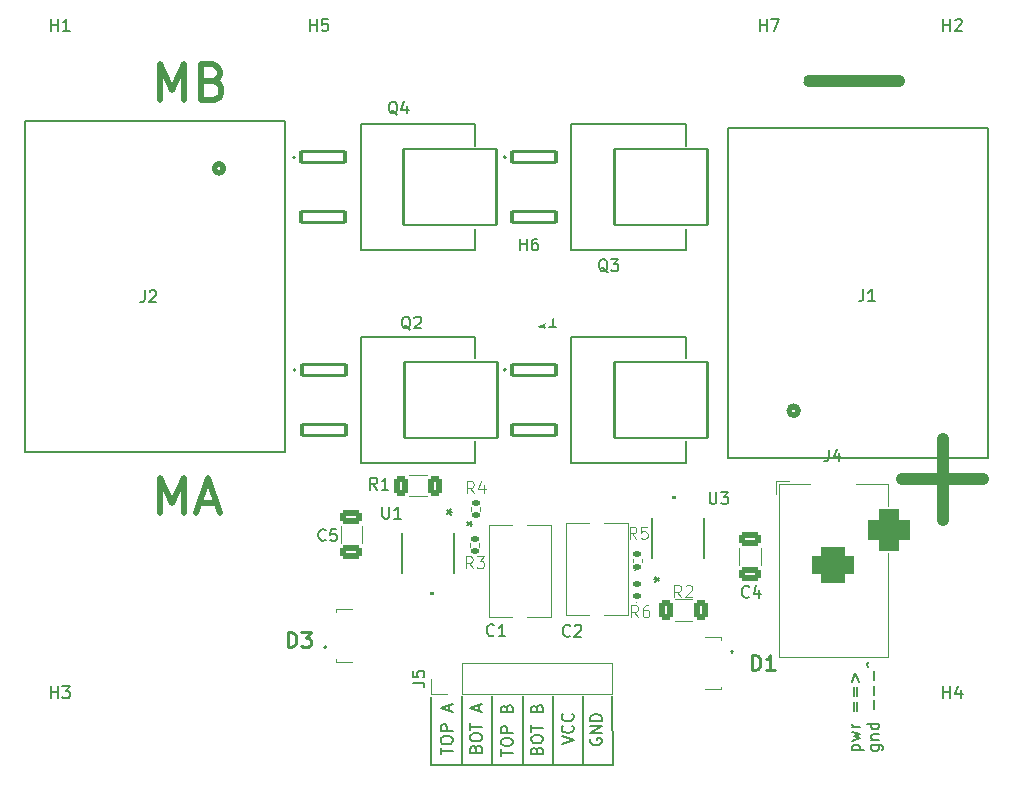
<source format=gto>
G04 #@! TF.GenerationSoftware,KiCad,Pcbnew,8.0.4*
G04 #@! TF.CreationDate,2024-11-20T17:04:54-05:00*
G04 #@! TF.ProjectId,big_hbridge,6269675f-6862-4726-9964-67652e6b6963,rev?*
G04 #@! TF.SameCoordinates,Original*
G04 #@! TF.FileFunction,Legend,Top*
G04 #@! TF.FilePolarity,Positive*
%FSLAX46Y46*%
G04 Gerber Fmt 4.6, Leading zero omitted, Abs format (unit mm)*
G04 Created by KiCad (PCBNEW 8.0.4) date 2024-11-20 17:04:54*
%MOMM*%
%LPD*%
G01*
G04 APERTURE LIST*
G04 Aperture macros list*
%AMRoundRect*
0 Rectangle with rounded corners*
0 $1 Rounding radius*
0 $2 $3 $4 $5 $6 $7 $8 $9 X,Y pos of 4 corners*
0 Add a 4 corners polygon primitive as box body*
4,1,4,$2,$3,$4,$5,$6,$7,$8,$9,$2,$3,0*
0 Add four circle primitives for the rounded corners*
1,1,$1+$1,$2,$3*
1,1,$1+$1,$4,$5*
1,1,$1+$1,$6,$7*
1,1,$1+$1,$8,$9*
0 Add four rect primitives between the rounded corners*
20,1,$1+$1,$2,$3,$4,$5,0*
20,1,$1+$1,$4,$5,$6,$7,0*
20,1,$1+$1,$6,$7,$8,$9,0*
20,1,$1+$1,$8,$9,$2,$3,0*%
G04 Aperture macros list end*
%ADD10C,0.150000*%
%ADD11C,0.500000*%
%ADD12C,1.000000*%
%ADD13C,0.125000*%
%ADD14C,0.254000*%
%ADD15C,0.152400*%
%ADD16C,0.508000*%
%ADD17C,0.120000*%
%ADD18C,0.100000*%
%ADD19C,0.200000*%
%ADD20C,0.000000*%
%ADD21C,0.127000*%
%ADD22O,4.000000X5.500000*%
%ADD23RoundRect,0.250000X-0.312500X-0.625000X0.312500X-0.625000X0.312500X0.625000X-0.312500X0.625000X0*%
%ADD24R,3.500000X3.500000*%
%ADD25RoundRect,0.750000X1.000000X-0.750000X1.000000X0.750000X-1.000000X0.750000X-1.000000X-0.750000X0*%
%ADD26RoundRect,0.875000X0.875000X-0.875000X0.875000X0.875000X-0.875000X0.875000X-0.875000X-0.875000X0*%
%ADD27C,2.000000*%
%ADD28RoundRect,0.135000X0.185000X-0.135000X0.185000X0.135000X-0.185000X0.135000X-0.185000X-0.135000X0*%
%ADD29R,1.700000X1.700000*%
%ADD30O,1.700000X1.700000*%
%ADD31R,1.150000X1.450000*%
%ADD32R,4.150000X4.650000*%
%ADD33R,0.431800X1.701800*%
%ADD34R,2.946400X1.752600*%
%ADD35RoundRect,0.250000X0.650000X-0.325000X0.650000X0.325000X-0.650000X0.325000X-0.650000X-0.325000X0*%
%ADD36C,6.000000*%
%ADD37RoundRect,0.102000X-3.940000X-3.195000X3.940000X-3.195000X3.940000X3.195000X-3.940000X3.195000X0*%
%ADD38RoundRect,0.158000X-1.834000X-0.474000X1.834000X-0.474000X1.834000X0.474000X-1.834000X0.474000X0*%
%ADD39RoundRect,0.250000X0.312500X0.625000X-0.312500X0.625000X-0.312500X-0.625000X0.312500X-0.625000X0*%
%ADD40RoundRect,0.147500X0.172500X-0.147500X0.172500X0.147500X-0.172500X0.147500X-0.172500X-0.147500X0*%
%ADD41RoundRect,0.250000X-0.650000X0.325000X-0.650000X-0.325000X0.650000X-0.325000X0.650000X0.325000X0*%
G04 APERTURE END LIST*
D10*
X45250000Y-62150000D02*
X47800000Y-62150000D01*
X42700000Y-62150000D02*
X42650000Y-56300000D01*
X45250000Y-62050000D02*
X45250000Y-56300000D01*
X34890000Y-56400000D02*
X34900000Y-62150000D01*
X40100000Y-62150000D02*
X40100000Y-56300000D01*
X37500000Y-62150000D02*
X34900000Y-62150000D01*
X47800000Y-62150000D02*
X47800000Y-56300000D01*
X42700000Y-62150000D02*
X45250000Y-62150000D01*
X50350000Y-62150000D02*
X50250000Y-56300000D01*
X47800000Y-62150000D02*
X50350000Y-62150000D01*
X37500000Y-62150000D02*
X40100000Y-62150000D01*
X37490000Y-56300000D02*
X37500000Y-62150000D01*
X40100000Y-62150000D02*
X42700000Y-62150000D01*
X45969819Y-60356077D02*
X46969819Y-60022744D01*
X46969819Y-60022744D02*
X45969819Y-59689411D01*
X46874580Y-58784649D02*
X46922200Y-58832268D01*
X46922200Y-58832268D02*
X46969819Y-58975125D01*
X46969819Y-58975125D02*
X46969819Y-59070363D01*
X46969819Y-59070363D02*
X46922200Y-59213220D01*
X46922200Y-59213220D02*
X46826961Y-59308458D01*
X46826961Y-59308458D02*
X46731723Y-59356077D01*
X46731723Y-59356077D02*
X46541247Y-59403696D01*
X46541247Y-59403696D02*
X46398390Y-59403696D01*
X46398390Y-59403696D02*
X46207914Y-59356077D01*
X46207914Y-59356077D02*
X46112676Y-59308458D01*
X46112676Y-59308458D02*
X46017438Y-59213220D01*
X46017438Y-59213220D02*
X45969819Y-59070363D01*
X45969819Y-59070363D02*
X45969819Y-58975125D01*
X45969819Y-58975125D02*
X46017438Y-58832268D01*
X46017438Y-58832268D02*
X46065057Y-58784649D01*
X46874580Y-57784649D02*
X46922200Y-57832268D01*
X46922200Y-57832268D02*
X46969819Y-57975125D01*
X46969819Y-57975125D02*
X46969819Y-58070363D01*
X46969819Y-58070363D02*
X46922200Y-58213220D01*
X46922200Y-58213220D02*
X46826961Y-58308458D01*
X46826961Y-58308458D02*
X46731723Y-58356077D01*
X46731723Y-58356077D02*
X46541247Y-58403696D01*
X46541247Y-58403696D02*
X46398390Y-58403696D01*
X46398390Y-58403696D02*
X46207914Y-58356077D01*
X46207914Y-58356077D02*
X46112676Y-58308458D01*
X46112676Y-58308458D02*
X46017438Y-58213220D01*
X46017438Y-58213220D02*
X45969819Y-58070363D01*
X45969819Y-58070363D02*
X45969819Y-57975125D01*
X45969819Y-57975125D02*
X46017438Y-57832268D01*
X46017438Y-57832268D02*
X46065057Y-57784649D01*
X40819819Y-61356077D02*
X40819819Y-60784649D01*
X41819819Y-61070363D02*
X40819819Y-61070363D01*
X40819819Y-60260839D02*
X40819819Y-60070363D01*
X40819819Y-60070363D02*
X40867438Y-59975125D01*
X40867438Y-59975125D02*
X40962676Y-59879887D01*
X40962676Y-59879887D02*
X41153152Y-59832268D01*
X41153152Y-59832268D02*
X41486485Y-59832268D01*
X41486485Y-59832268D02*
X41676961Y-59879887D01*
X41676961Y-59879887D02*
X41772200Y-59975125D01*
X41772200Y-59975125D02*
X41819819Y-60070363D01*
X41819819Y-60070363D02*
X41819819Y-60260839D01*
X41819819Y-60260839D02*
X41772200Y-60356077D01*
X41772200Y-60356077D02*
X41676961Y-60451315D01*
X41676961Y-60451315D02*
X41486485Y-60498934D01*
X41486485Y-60498934D02*
X41153152Y-60498934D01*
X41153152Y-60498934D02*
X40962676Y-60451315D01*
X40962676Y-60451315D02*
X40867438Y-60356077D01*
X40867438Y-60356077D02*
X40819819Y-60260839D01*
X41819819Y-59403696D02*
X40819819Y-59403696D01*
X40819819Y-59403696D02*
X40819819Y-59022744D01*
X40819819Y-59022744D02*
X40867438Y-58927506D01*
X40867438Y-58927506D02*
X40915057Y-58879887D01*
X40915057Y-58879887D02*
X41010295Y-58832268D01*
X41010295Y-58832268D02*
X41153152Y-58832268D01*
X41153152Y-58832268D02*
X41248390Y-58879887D01*
X41248390Y-58879887D02*
X41296009Y-58927506D01*
X41296009Y-58927506D02*
X41343628Y-59022744D01*
X41343628Y-59022744D02*
X41343628Y-59403696D01*
X41296009Y-57308458D02*
X41343628Y-57165601D01*
X41343628Y-57165601D02*
X41391247Y-57117982D01*
X41391247Y-57117982D02*
X41486485Y-57070363D01*
X41486485Y-57070363D02*
X41629342Y-57070363D01*
X41629342Y-57070363D02*
X41724580Y-57117982D01*
X41724580Y-57117982D02*
X41772200Y-57165601D01*
X41772200Y-57165601D02*
X41819819Y-57260839D01*
X41819819Y-57260839D02*
X41819819Y-57641791D01*
X41819819Y-57641791D02*
X40819819Y-57641791D01*
X40819819Y-57641791D02*
X40819819Y-57308458D01*
X40819819Y-57308458D02*
X40867438Y-57213220D01*
X40867438Y-57213220D02*
X40915057Y-57165601D01*
X40915057Y-57165601D02*
X41010295Y-57117982D01*
X41010295Y-57117982D02*
X41105533Y-57117982D01*
X41105533Y-57117982D02*
X41200771Y-57165601D01*
X41200771Y-57165601D02*
X41248390Y-57213220D01*
X41248390Y-57213220D02*
X41296009Y-57308458D01*
X41296009Y-57308458D02*
X41296009Y-57641791D01*
X70543208Y-60863220D02*
X71543208Y-60863220D01*
X70590827Y-60863220D02*
X70543208Y-60767982D01*
X70543208Y-60767982D02*
X70543208Y-60577506D01*
X70543208Y-60577506D02*
X70590827Y-60482268D01*
X70590827Y-60482268D02*
X70638446Y-60434649D01*
X70638446Y-60434649D02*
X70733684Y-60387030D01*
X70733684Y-60387030D02*
X71019398Y-60387030D01*
X71019398Y-60387030D02*
X71114636Y-60434649D01*
X71114636Y-60434649D02*
X71162256Y-60482268D01*
X71162256Y-60482268D02*
X71209875Y-60577506D01*
X71209875Y-60577506D02*
X71209875Y-60767982D01*
X71209875Y-60767982D02*
X71162256Y-60863220D01*
X70543208Y-60053696D02*
X71209875Y-59863220D01*
X71209875Y-59863220D02*
X70733684Y-59672744D01*
X70733684Y-59672744D02*
X71209875Y-59482268D01*
X71209875Y-59482268D02*
X70543208Y-59291792D01*
X71209875Y-58910839D02*
X70543208Y-58910839D01*
X70733684Y-58910839D02*
X70638446Y-58863220D01*
X70638446Y-58863220D02*
X70590827Y-58815601D01*
X70590827Y-58815601D02*
X70543208Y-58720363D01*
X70543208Y-58720363D02*
X70543208Y-58625125D01*
X70686065Y-57529886D02*
X70686065Y-56767982D01*
X70971779Y-56767982D02*
X70971779Y-57529886D01*
X70686065Y-56291791D02*
X70686065Y-55529887D01*
X70971779Y-55529887D02*
X70971779Y-56291791D01*
X70543208Y-55053696D02*
X70828922Y-54291792D01*
X70828922Y-54291792D02*
X71114636Y-55053696D01*
X72153152Y-60434649D02*
X72962676Y-60434649D01*
X72962676Y-60434649D02*
X73057914Y-60482268D01*
X73057914Y-60482268D02*
X73105533Y-60529887D01*
X73105533Y-60529887D02*
X73153152Y-60625125D01*
X73153152Y-60625125D02*
X73153152Y-60767982D01*
X73153152Y-60767982D02*
X73105533Y-60863220D01*
X72772200Y-60434649D02*
X72819819Y-60529887D01*
X72819819Y-60529887D02*
X72819819Y-60720363D01*
X72819819Y-60720363D02*
X72772200Y-60815601D01*
X72772200Y-60815601D02*
X72724580Y-60863220D01*
X72724580Y-60863220D02*
X72629342Y-60910839D01*
X72629342Y-60910839D02*
X72343628Y-60910839D01*
X72343628Y-60910839D02*
X72248390Y-60863220D01*
X72248390Y-60863220D02*
X72200771Y-60815601D01*
X72200771Y-60815601D02*
X72153152Y-60720363D01*
X72153152Y-60720363D02*
X72153152Y-60529887D01*
X72153152Y-60529887D02*
X72200771Y-60434649D01*
X72153152Y-59958458D02*
X72819819Y-59958458D01*
X72248390Y-59958458D02*
X72200771Y-59910839D01*
X72200771Y-59910839D02*
X72153152Y-59815601D01*
X72153152Y-59815601D02*
X72153152Y-59672744D01*
X72153152Y-59672744D02*
X72200771Y-59577506D01*
X72200771Y-59577506D02*
X72296009Y-59529887D01*
X72296009Y-59529887D02*
X72819819Y-59529887D01*
X72819819Y-58625125D02*
X71819819Y-58625125D01*
X72772200Y-58625125D02*
X72819819Y-58720363D01*
X72819819Y-58720363D02*
X72819819Y-58910839D01*
X72819819Y-58910839D02*
X72772200Y-59006077D01*
X72772200Y-59006077D02*
X72724580Y-59053696D01*
X72724580Y-59053696D02*
X72629342Y-59101315D01*
X72629342Y-59101315D02*
X72343628Y-59101315D01*
X72343628Y-59101315D02*
X72248390Y-59053696D01*
X72248390Y-59053696D02*
X72200771Y-59006077D01*
X72200771Y-59006077D02*
X72153152Y-58910839D01*
X72153152Y-58910839D02*
X72153152Y-58720363D01*
X72153152Y-58720363D02*
X72200771Y-58625125D01*
X72438866Y-57387029D02*
X72438866Y-56625125D01*
X72438866Y-56148934D02*
X72438866Y-55387030D01*
X72438866Y-54910839D02*
X72438866Y-54148935D01*
X71915057Y-53815601D02*
X71772200Y-53625125D01*
X71772200Y-53625125D02*
X71915057Y-53434649D01*
X43846009Y-60879887D02*
X43893628Y-60737030D01*
X43893628Y-60737030D02*
X43941247Y-60689411D01*
X43941247Y-60689411D02*
X44036485Y-60641792D01*
X44036485Y-60641792D02*
X44179342Y-60641792D01*
X44179342Y-60641792D02*
X44274580Y-60689411D01*
X44274580Y-60689411D02*
X44322200Y-60737030D01*
X44322200Y-60737030D02*
X44369819Y-60832268D01*
X44369819Y-60832268D02*
X44369819Y-61213220D01*
X44369819Y-61213220D02*
X43369819Y-61213220D01*
X43369819Y-61213220D02*
X43369819Y-60879887D01*
X43369819Y-60879887D02*
X43417438Y-60784649D01*
X43417438Y-60784649D02*
X43465057Y-60737030D01*
X43465057Y-60737030D02*
X43560295Y-60689411D01*
X43560295Y-60689411D02*
X43655533Y-60689411D01*
X43655533Y-60689411D02*
X43750771Y-60737030D01*
X43750771Y-60737030D02*
X43798390Y-60784649D01*
X43798390Y-60784649D02*
X43846009Y-60879887D01*
X43846009Y-60879887D02*
X43846009Y-61213220D01*
X43369819Y-60022744D02*
X43369819Y-59832268D01*
X43369819Y-59832268D02*
X43417438Y-59737030D01*
X43417438Y-59737030D02*
X43512676Y-59641792D01*
X43512676Y-59641792D02*
X43703152Y-59594173D01*
X43703152Y-59594173D02*
X44036485Y-59594173D01*
X44036485Y-59594173D02*
X44226961Y-59641792D01*
X44226961Y-59641792D02*
X44322200Y-59737030D01*
X44322200Y-59737030D02*
X44369819Y-59832268D01*
X44369819Y-59832268D02*
X44369819Y-60022744D01*
X44369819Y-60022744D02*
X44322200Y-60117982D01*
X44322200Y-60117982D02*
X44226961Y-60213220D01*
X44226961Y-60213220D02*
X44036485Y-60260839D01*
X44036485Y-60260839D02*
X43703152Y-60260839D01*
X43703152Y-60260839D02*
X43512676Y-60213220D01*
X43512676Y-60213220D02*
X43417438Y-60117982D01*
X43417438Y-60117982D02*
X43369819Y-60022744D01*
X43369819Y-59308458D02*
X43369819Y-58737030D01*
X44369819Y-59022744D02*
X43369819Y-59022744D01*
X43846009Y-57308458D02*
X43893628Y-57165601D01*
X43893628Y-57165601D02*
X43941247Y-57117982D01*
X43941247Y-57117982D02*
X44036485Y-57070363D01*
X44036485Y-57070363D02*
X44179342Y-57070363D01*
X44179342Y-57070363D02*
X44274580Y-57117982D01*
X44274580Y-57117982D02*
X44322200Y-57165601D01*
X44322200Y-57165601D02*
X44369819Y-57260839D01*
X44369819Y-57260839D02*
X44369819Y-57641791D01*
X44369819Y-57641791D02*
X43369819Y-57641791D01*
X43369819Y-57641791D02*
X43369819Y-57308458D01*
X43369819Y-57308458D02*
X43417438Y-57213220D01*
X43417438Y-57213220D02*
X43465057Y-57165601D01*
X43465057Y-57165601D02*
X43560295Y-57117982D01*
X43560295Y-57117982D02*
X43655533Y-57117982D01*
X43655533Y-57117982D02*
X43750771Y-57165601D01*
X43750771Y-57165601D02*
X43798390Y-57213220D01*
X43798390Y-57213220D02*
X43846009Y-57308458D01*
X43846009Y-57308458D02*
X43846009Y-57641791D01*
X35719819Y-61206077D02*
X35719819Y-60634649D01*
X36719819Y-60920363D02*
X35719819Y-60920363D01*
X35719819Y-60110839D02*
X35719819Y-59920363D01*
X35719819Y-59920363D02*
X35767438Y-59825125D01*
X35767438Y-59825125D02*
X35862676Y-59729887D01*
X35862676Y-59729887D02*
X36053152Y-59682268D01*
X36053152Y-59682268D02*
X36386485Y-59682268D01*
X36386485Y-59682268D02*
X36576961Y-59729887D01*
X36576961Y-59729887D02*
X36672200Y-59825125D01*
X36672200Y-59825125D02*
X36719819Y-59920363D01*
X36719819Y-59920363D02*
X36719819Y-60110839D01*
X36719819Y-60110839D02*
X36672200Y-60206077D01*
X36672200Y-60206077D02*
X36576961Y-60301315D01*
X36576961Y-60301315D02*
X36386485Y-60348934D01*
X36386485Y-60348934D02*
X36053152Y-60348934D01*
X36053152Y-60348934D02*
X35862676Y-60301315D01*
X35862676Y-60301315D02*
X35767438Y-60206077D01*
X35767438Y-60206077D02*
X35719819Y-60110839D01*
X36719819Y-59253696D02*
X35719819Y-59253696D01*
X35719819Y-59253696D02*
X35719819Y-58872744D01*
X35719819Y-58872744D02*
X35767438Y-58777506D01*
X35767438Y-58777506D02*
X35815057Y-58729887D01*
X35815057Y-58729887D02*
X35910295Y-58682268D01*
X35910295Y-58682268D02*
X36053152Y-58682268D01*
X36053152Y-58682268D02*
X36148390Y-58729887D01*
X36148390Y-58729887D02*
X36196009Y-58777506D01*
X36196009Y-58777506D02*
X36243628Y-58872744D01*
X36243628Y-58872744D02*
X36243628Y-59253696D01*
X36434104Y-57539410D02*
X36434104Y-57063220D01*
X36719819Y-57634648D02*
X35719819Y-57301315D01*
X35719819Y-57301315D02*
X36719819Y-56967982D01*
X48417438Y-59889411D02*
X48369819Y-59984649D01*
X48369819Y-59984649D02*
X48369819Y-60127506D01*
X48369819Y-60127506D02*
X48417438Y-60270363D01*
X48417438Y-60270363D02*
X48512676Y-60365601D01*
X48512676Y-60365601D02*
X48607914Y-60413220D01*
X48607914Y-60413220D02*
X48798390Y-60460839D01*
X48798390Y-60460839D02*
X48941247Y-60460839D01*
X48941247Y-60460839D02*
X49131723Y-60413220D01*
X49131723Y-60413220D02*
X49226961Y-60365601D01*
X49226961Y-60365601D02*
X49322200Y-60270363D01*
X49322200Y-60270363D02*
X49369819Y-60127506D01*
X49369819Y-60127506D02*
X49369819Y-60032268D01*
X49369819Y-60032268D02*
X49322200Y-59889411D01*
X49322200Y-59889411D02*
X49274580Y-59841792D01*
X49274580Y-59841792D02*
X48941247Y-59841792D01*
X48941247Y-59841792D02*
X48941247Y-60032268D01*
X49369819Y-59413220D02*
X48369819Y-59413220D01*
X48369819Y-59413220D02*
X49369819Y-58841792D01*
X49369819Y-58841792D02*
X48369819Y-58841792D01*
X49369819Y-58365601D02*
X48369819Y-58365601D01*
X48369819Y-58365601D02*
X48369819Y-58127506D01*
X48369819Y-58127506D02*
X48417438Y-57984649D01*
X48417438Y-57984649D02*
X48512676Y-57889411D01*
X48512676Y-57889411D02*
X48607914Y-57841792D01*
X48607914Y-57841792D02*
X48798390Y-57794173D01*
X48798390Y-57794173D02*
X48941247Y-57794173D01*
X48941247Y-57794173D02*
X49131723Y-57841792D01*
X49131723Y-57841792D02*
X49226961Y-57889411D01*
X49226961Y-57889411D02*
X49322200Y-57984649D01*
X49322200Y-57984649D02*
X49369819Y-58127506D01*
X49369819Y-58127506D02*
X49369819Y-58365601D01*
D11*
X11993232Y-40806857D02*
X11993232Y-37806857D01*
X11993232Y-37806857D02*
X12993232Y-39949714D01*
X12993232Y-39949714D02*
X13993232Y-37806857D01*
X13993232Y-37806857D02*
X13993232Y-40806857D01*
X15278946Y-39949714D02*
X16707518Y-39949714D01*
X14993232Y-40806857D02*
X15993232Y-37806857D01*
X15993232Y-37806857D02*
X16993232Y-40806857D01*
D12*
X74800751Y-37918000D02*
X81657894Y-37918000D01*
X78229322Y-41346571D02*
X78229322Y-34489428D01*
X66938846Y-4214666D02*
X74557894Y-4214666D01*
D11*
X11993232Y-5806857D02*
X11993232Y-2806857D01*
X11993232Y-2806857D02*
X12993232Y-4949714D01*
X12993232Y-4949714D02*
X13993232Y-2806857D01*
X13993232Y-2806857D02*
X13993232Y-5806857D01*
X16421803Y-4235428D02*
X16850375Y-4378285D01*
X16850375Y-4378285D02*
X16993232Y-4521142D01*
X16993232Y-4521142D02*
X17136089Y-4806857D01*
X17136089Y-4806857D02*
X17136089Y-5235428D01*
X17136089Y-5235428D02*
X16993232Y-5521142D01*
X16993232Y-5521142D02*
X16850375Y-5664000D01*
X16850375Y-5664000D02*
X16564660Y-5806857D01*
X16564660Y-5806857D02*
X15421803Y-5806857D01*
X15421803Y-5806857D02*
X15421803Y-2806857D01*
X15421803Y-2806857D02*
X16421803Y-2806857D01*
X16421803Y-2806857D02*
X16707518Y-2949714D01*
X16707518Y-2949714D02*
X16850375Y-3092571D01*
X16850375Y-3092571D02*
X16993232Y-3378285D01*
X16993232Y-3378285D02*
X16993232Y-3664000D01*
X16993232Y-3664000D02*
X16850375Y-3949714D01*
X16850375Y-3949714D02*
X16707518Y-4092571D01*
X16707518Y-4092571D02*
X16421803Y-4235428D01*
X16421803Y-4235428D02*
X15421803Y-4235428D01*
D10*
X38696009Y-60729887D02*
X38743628Y-60587030D01*
X38743628Y-60587030D02*
X38791247Y-60539411D01*
X38791247Y-60539411D02*
X38886485Y-60491792D01*
X38886485Y-60491792D02*
X39029342Y-60491792D01*
X39029342Y-60491792D02*
X39124580Y-60539411D01*
X39124580Y-60539411D02*
X39172200Y-60587030D01*
X39172200Y-60587030D02*
X39219819Y-60682268D01*
X39219819Y-60682268D02*
X39219819Y-61063220D01*
X39219819Y-61063220D02*
X38219819Y-61063220D01*
X38219819Y-61063220D02*
X38219819Y-60729887D01*
X38219819Y-60729887D02*
X38267438Y-60634649D01*
X38267438Y-60634649D02*
X38315057Y-60587030D01*
X38315057Y-60587030D02*
X38410295Y-60539411D01*
X38410295Y-60539411D02*
X38505533Y-60539411D01*
X38505533Y-60539411D02*
X38600771Y-60587030D01*
X38600771Y-60587030D02*
X38648390Y-60634649D01*
X38648390Y-60634649D02*
X38696009Y-60729887D01*
X38696009Y-60729887D02*
X38696009Y-61063220D01*
X38219819Y-59872744D02*
X38219819Y-59682268D01*
X38219819Y-59682268D02*
X38267438Y-59587030D01*
X38267438Y-59587030D02*
X38362676Y-59491792D01*
X38362676Y-59491792D02*
X38553152Y-59444173D01*
X38553152Y-59444173D02*
X38886485Y-59444173D01*
X38886485Y-59444173D02*
X39076961Y-59491792D01*
X39076961Y-59491792D02*
X39172200Y-59587030D01*
X39172200Y-59587030D02*
X39219819Y-59682268D01*
X39219819Y-59682268D02*
X39219819Y-59872744D01*
X39219819Y-59872744D02*
X39172200Y-59967982D01*
X39172200Y-59967982D02*
X39076961Y-60063220D01*
X39076961Y-60063220D02*
X38886485Y-60110839D01*
X38886485Y-60110839D02*
X38553152Y-60110839D01*
X38553152Y-60110839D02*
X38362676Y-60063220D01*
X38362676Y-60063220D02*
X38267438Y-59967982D01*
X38267438Y-59967982D02*
X38219819Y-59872744D01*
X38219819Y-59158458D02*
X38219819Y-58587030D01*
X39219819Y-58872744D02*
X38219819Y-58872744D01*
X38934104Y-57539410D02*
X38934104Y-57063220D01*
X39219819Y-57634648D02*
X38219819Y-57301315D01*
X38219819Y-57301315D02*
X39219819Y-56967982D01*
X71485337Y-21850734D02*
X71485337Y-22565019D01*
X71485337Y-22565019D02*
X71437718Y-22707876D01*
X71437718Y-22707876D02*
X71342480Y-22803115D01*
X71342480Y-22803115D02*
X71199623Y-22850734D01*
X71199623Y-22850734D02*
X71104385Y-22850734D01*
X72485337Y-22850734D02*
X71913909Y-22850734D01*
X72199623Y-22850734D02*
X72199623Y-21850734D01*
X72199623Y-21850734D02*
X72104385Y-21993591D01*
X72104385Y-21993591D02*
X72009147Y-22088829D01*
X72009147Y-22088829D02*
X71913909Y-22136448D01*
X30333333Y-38804819D02*
X30000000Y-38328628D01*
X29761905Y-38804819D02*
X29761905Y-37804819D01*
X29761905Y-37804819D02*
X30142857Y-37804819D01*
X30142857Y-37804819D02*
X30238095Y-37852438D01*
X30238095Y-37852438D02*
X30285714Y-37900057D01*
X30285714Y-37900057D02*
X30333333Y-37995295D01*
X30333333Y-37995295D02*
X30333333Y-38138152D01*
X30333333Y-38138152D02*
X30285714Y-38233390D01*
X30285714Y-38233390D02*
X30238095Y-38281009D01*
X30238095Y-38281009D02*
X30142857Y-38328628D01*
X30142857Y-38328628D02*
X29761905Y-38328628D01*
X31285714Y-38804819D02*
X30714286Y-38804819D01*
X31000000Y-38804819D02*
X31000000Y-37804819D01*
X31000000Y-37804819D02*
X30904762Y-37947676D01*
X30904762Y-37947676D02*
X30809524Y-38042914D01*
X30809524Y-38042914D02*
X30714286Y-38090533D01*
X68566666Y-35404819D02*
X68566666Y-36119104D01*
X68566666Y-36119104D02*
X68519047Y-36261961D01*
X68519047Y-36261961D02*
X68423809Y-36357200D01*
X68423809Y-36357200D02*
X68280952Y-36404819D01*
X68280952Y-36404819D02*
X68185714Y-36404819D01*
X69471428Y-35738152D02*
X69471428Y-36404819D01*
X69233333Y-35357200D02*
X68995238Y-36071485D01*
X68995238Y-36071485D02*
X69614285Y-36071485D01*
X46683333Y-51159580D02*
X46635714Y-51207200D01*
X46635714Y-51207200D02*
X46492857Y-51254819D01*
X46492857Y-51254819D02*
X46397619Y-51254819D01*
X46397619Y-51254819D02*
X46254762Y-51207200D01*
X46254762Y-51207200D02*
X46159524Y-51111961D01*
X46159524Y-51111961D02*
X46111905Y-51016723D01*
X46111905Y-51016723D02*
X46064286Y-50826247D01*
X46064286Y-50826247D02*
X46064286Y-50683390D01*
X46064286Y-50683390D02*
X46111905Y-50492914D01*
X46111905Y-50492914D02*
X46159524Y-50397676D01*
X46159524Y-50397676D02*
X46254762Y-50302438D01*
X46254762Y-50302438D02*
X46397619Y-50254819D01*
X46397619Y-50254819D02*
X46492857Y-50254819D01*
X46492857Y-50254819D02*
X46635714Y-50302438D01*
X46635714Y-50302438D02*
X46683333Y-50350057D01*
X47064286Y-50350057D02*
X47111905Y-50302438D01*
X47111905Y-50302438D02*
X47207143Y-50254819D01*
X47207143Y-50254819D02*
X47445238Y-50254819D01*
X47445238Y-50254819D02*
X47540476Y-50302438D01*
X47540476Y-50302438D02*
X47588095Y-50350057D01*
X47588095Y-50350057D02*
X47635714Y-50445295D01*
X47635714Y-50445295D02*
X47635714Y-50540533D01*
X47635714Y-50540533D02*
X47588095Y-50683390D01*
X47588095Y-50683390D02*
X47016667Y-51254819D01*
X47016667Y-51254819D02*
X47635714Y-51254819D01*
D13*
X38533333Y-39106119D02*
X38200000Y-38629928D01*
X37961905Y-39106119D02*
X37961905Y-38106119D01*
X37961905Y-38106119D02*
X38342857Y-38106119D01*
X38342857Y-38106119D02*
X38438095Y-38153738D01*
X38438095Y-38153738D02*
X38485714Y-38201357D01*
X38485714Y-38201357D02*
X38533333Y-38296595D01*
X38533333Y-38296595D02*
X38533333Y-38439452D01*
X38533333Y-38439452D02*
X38485714Y-38534690D01*
X38485714Y-38534690D02*
X38438095Y-38582309D01*
X38438095Y-38582309D02*
X38342857Y-38629928D01*
X38342857Y-38629928D02*
X37961905Y-38629928D01*
X39390476Y-38439452D02*
X39390476Y-39106119D01*
X39152381Y-38058500D02*
X38914286Y-38772785D01*
X38914286Y-38772785D02*
X39533333Y-38772785D01*
D10*
X33344819Y-55133333D02*
X34059104Y-55133333D01*
X34059104Y-55133333D02*
X34201961Y-55180952D01*
X34201961Y-55180952D02*
X34297200Y-55276190D01*
X34297200Y-55276190D02*
X34344819Y-55419047D01*
X34344819Y-55419047D02*
X34344819Y-55514285D01*
X33344819Y-54180952D02*
X33344819Y-54657142D01*
X33344819Y-54657142D02*
X33821009Y-54704761D01*
X33821009Y-54704761D02*
X33773390Y-54657142D01*
X33773390Y-54657142D02*
X33725771Y-54561904D01*
X33725771Y-54561904D02*
X33725771Y-54323809D01*
X33725771Y-54323809D02*
X33773390Y-54228571D01*
X33773390Y-54228571D02*
X33821009Y-54180952D01*
X33821009Y-54180952D02*
X33916247Y-54133333D01*
X33916247Y-54133333D02*
X34154342Y-54133333D01*
X34154342Y-54133333D02*
X34249580Y-54180952D01*
X34249580Y-54180952D02*
X34297200Y-54228571D01*
X34297200Y-54228571D02*
X34344819Y-54323809D01*
X34344819Y-54323809D02*
X34344819Y-54561904D01*
X34344819Y-54561904D02*
X34297200Y-54657142D01*
X34297200Y-54657142D02*
X34249580Y-54704761D01*
D14*
X62062618Y-54074318D02*
X62062618Y-52804318D01*
X62062618Y-52804318D02*
X62364999Y-52804318D01*
X62364999Y-52804318D02*
X62546428Y-52864794D01*
X62546428Y-52864794D02*
X62667380Y-52985746D01*
X62667380Y-52985746D02*
X62727857Y-53106699D01*
X62727857Y-53106699D02*
X62788333Y-53348603D01*
X62788333Y-53348603D02*
X62788333Y-53530032D01*
X62788333Y-53530032D02*
X62727857Y-53771937D01*
X62727857Y-53771937D02*
X62667380Y-53892889D01*
X62667380Y-53892889D02*
X62546428Y-54013842D01*
X62546428Y-54013842D02*
X62364999Y-54074318D01*
X62364999Y-54074318D02*
X62062618Y-54074318D01*
X63997857Y-54074318D02*
X63272142Y-54074318D01*
X63634999Y-54074318D02*
X63634999Y-52804318D01*
X63634999Y-52804318D02*
X63514047Y-52985746D01*
X63514047Y-52985746D02*
X63393095Y-53106699D01*
X63393095Y-53106699D02*
X63272142Y-53167175D01*
D10*
X30788095Y-40254819D02*
X30788095Y-41064342D01*
X30788095Y-41064342D02*
X30835714Y-41159580D01*
X30835714Y-41159580D02*
X30883333Y-41207200D01*
X30883333Y-41207200D02*
X30978571Y-41254819D01*
X30978571Y-41254819D02*
X31169047Y-41254819D01*
X31169047Y-41254819D02*
X31264285Y-41207200D01*
X31264285Y-41207200D02*
X31311904Y-41159580D01*
X31311904Y-41159580D02*
X31359523Y-41064342D01*
X31359523Y-41064342D02*
X31359523Y-40254819D01*
X32359523Y-41254819D02*
X31788095Y-41254819D01*
X32073809Y-41254819D02*
X32073809Y-40254819D01*
X32073809Y-40254819D02*
X31978571Y-40397676D01*
X31978571Y-40397676D02*
X31883333Y-40492914D01*
X31883333Y-40492914D02*
X31788095Y-40540533D01*
X38407480Y-41673299D02*
X38169385Y-41673299D01*
X38264623Y-41435204D02*
X38169385Y-41673299D01*
X38169385Y-41673299D02*
X38264623Y-41911394D01*
X37978909Y-41530442D02*
X38169385Y-41673299D01*
X38169385Y-41673299D02*
X37978909Y-41816156D01*
X36695180Y-40700000D02*
X36457085Y-40700000D01*
X36552323Y-40461905D02*
X36457085Y-40700000D01*
X36457085Y-40700000D02*
X36552323Y-40938095D01*
X36266609Y-40557143D02*
X36457085Y-40700000D01*
X36457085Y-40700000D02*
X36266609Y-40842857D01*
X25983333Y-43059580D02*
X25935714Y-43107200D01*
X25935714Y-43107200D02*
X25792857Y-43154819D01*
X25792857Y-43154819D02*
X25697619Y-43154819D01*
X25697619Y-43154819D02*
X25554762Y-43107200D01*
X25554762Y-43107200D02*
X25459524Y-43011961D01*
X25459524Y-43011961D02*
X25411905Y-42916723D01*
X25411905Y-42916723D02*
X25364286Y-42726247D01*
X25364286Y-42726247D02*
X25364286Y-42583390D01*
X25364286Y-42583390D02*
X25411905Y-42392914D01*
X25411905Y-42392914D02*
X25459524Y-42297676D01*
X25459524Y-42297676D02*
X25554762Y-42202438D01*
X25554762Y-42202438D02*
X25697619Y-42154819D01*
X25697619Y-42154819D02*
X25792857Y-42154819D01*
X25792857Y-42154819D02*
X25935714Y-42202438D01*
X25935714Y-42202438D02*
X25983333Y-42250057D01*
X26888095Y-42154819D02*
X26411905Y-42154819D01*
X26411905Y-42154819D02*
X26364286Y-42631009D01*
X26364286Y-42631009D02*
X26411905Y-42583390D01*
X26411905Y-42583390D02*
X26507143Y-42535771D01*
X26507143Y-42535771D02*
X26745238Y-42535771D01*
X26745238Y-42535771D02*
X26840476Y-42583390D01*
X26840476Y-42583390D02*
X26888095Y-42631009D01*
X26888095Y-42631009D02*
X26935714Y-42726247D01*
X26935714Y-42726247D02*
X26935714Y-42964342D01*
X26935714Y-42964342D02*
X26888095Y-43059580D01*
X26888095Y-43059580D02*
X26840476Y-43107200D01*
X26840476Y-43107200D02*
X26745238Y-43154819D01*
X26745238Y-43154819D02*
X26507143Y-43154819D01*
X26507143Y-43154819D02*
X26411905Y-43107200D01*
X26411905Y-43107200D02*
X26364286Y-43059580D01*
X2738095Y-56454819D02*
X2738095Y-55454819D01*
X2738095Y-55931009D02*
X3309523Y-55931009D01*
X3309523Y-56454819D02*
X3309523Y-55454819D01*
X3690476Y-55454819D02*
X4309523Y-55454819D01*
X4309523Y-55454819D02*
X3976190Y-55835771D01*
X3976190Y-55835771D02*
X4119047Y-55835771D01*
X4119047Y-55835771D02*
X4214285Y-55883390D01*
X4214285Y-55883390D02*
X4261904Y-55931009D01*
X4261904Y-55931009D02*
X4309523Y-56026247D01*
X4309523Y-56026247D02*
X4309523Y-56264342D01*
X4309523Y-56264342D02*
X4261904Y-56359580D01*
X4261904Y-56359580D02*
X4214285Y-56407200D01*
X4214285Y-56407200D02*
X4119047Y-56454819D01*
X4119047Y-56454819D02*
X3833333Y-56454819D01*
X3833333Y-56454819D02*
X3738095Y-56407200D01*
X3738095Y-56407200D02*
X3690476Y-56359580D01*
X32054761Y-7050057D02*
X31959523Y-7002438D01*
X31959523Y-7002438D02*
X31864285Y-6907200D01*
X31864285Y-6907200D02*
X31721428Y-6764342D01*
X31721428Y-6764342D02*
X31626190Y-6716723D01*
X31626190Y-6716723D02*
X31530952Y-6716723D01*
X31578571Y-6954819D02*
X31483333Y-6907200D01*
X31483333Y-6907200D02*
X31388095Y-6811961D01*
X31388095Y-6811961D02*
X31340476Y-6621485D01*
X31340476Y-6621485D02*
X31340476Y-6288152D01*
X31340476Y-6288152D02*
X31388095Y-6097676D01*
X31388095Y-6097676D02*
X31483333Y-6002438D01*
X31483333Y-6002438D02*
X31578571Y-5954819D01*
X31578571Y-5954819D02*
X31769047Y-5954819D01*
X31769047Y-5954819D02*
X31864285Y-6002438D01*
X31864285Y-6002438D02*
X31959523Y-6097676D01*
X31959523Y-6097676D02*
X32007142Y-6288152D01*
X32007142Y-6288152D02*
X32007142Y-6621485D01*
X32007142Y-6621485D02*
X31959523Y-6811961D01*
X31959523Y-6811961D02*
X31864285Y-6907200D01*
X31864285Y-6907200D02*
X31769047Y-6954819D01*
X31769047Y-6954819D02*
X31578571Y-6954819D01*
X32864285Y-6288152D02*
X32864285Y-6954819D01*
X32626190Y-5907200D02*
X32388095Y-6621485D01*
X32388095Y-6621485D02*
X33007142Y-6621485D01*
D14*
X22762618Y-52124318D02*
X22762618Y-50854318D01*
X22762618Y-50854318D02*
X23064999Y-50854318D01*
X23064999Y-50854318D02*
X23246428Y-50914794D01*
X23246428Y-50914794D02*
X23367380Y-51035746D01*
X23367380Y-51035746D02*
X23427857Y-51156699D01*
X23427857Y-51156699D02*
X23488333Y-51398603D01*
X23488333Y-51398603D02*
X23488333Y-51580032D01*
X23488333Y-51580032D02*
X23427857Y-51821937D01*
X23427857Y-51821937D02*
X23367380Y-51942889D01*
X23367380Y-51942889D02*
X23246428Y-52063842D01*
X23246428Y-52063842D02*
X23064999Y-52124318D01*
X23064999Y-52124318D02*
X22762618Y-52124318D01*
X23911666Y-50854318D02*
X24697857Y-50854318D01*
X24697857Y-50854318D02*
X24274523Y-51338127D01*
X24274523Y-51338127D02*
X24455952Y-51338127D01*
X24455952Y-51338127D02*
X24576904Y-51398603D01*
X24576904Y-51398603D02*
X24637380Y-51459080D01*
X24637380Y-51459080D02*
X24697857Y-51580032D01*
X24697857Y-51580032D02*
X24697857Y-51882413D01*
X24697857Y-51882413D02*
X24637380Y-52003365D01*
X24637380Y-52003365D02*
X24576904Y-52063842D01*
X24576904Y-52063842D02*
X24455952Y-52124318D01*
X24455952Y-52124318D02*
X24093095Y-52124318D01*
X24093095Y-52124318D02*
X23972142Y-52063842D01*
X23972142Y-52063842D02*
X23911666Y-52003365D01*
D10*
X40233333Y-51109580D02*
X40185714Y-51157200D01*
X40185714Y-51157200D02*
X40042857Y-51204819D01*
X40042857Y-51204819D02*
X39947619Y-51204819D01*
X39947619Y-51204819D02*
X39804762Y-51157200D01*
X39804762Y-51157200D02*
X39709524Y-51061961D01*
X39709524Y-51061961D02*
X39661905Y-50966723D01*
X39661905Y-50966723D02*
X39614286Y-50776247D01*
X39614286Y-50776247D02*
X39614286Y-50633390D01*
X39614286Y-50633390D02*
X39661905Y-50442914D01*
X39661905Y-50442914D02*
X39709524Y-50347676D01*
X39709524Y-50347676D02*
X39804762Y-50252438D01*
X39804762Y-50252438D02*
X39947619Y-50204819D01*
X39947619Y-50204819D02*
X40042857Y-50204819D01*
X40042857Y-50204819D02*
X40185714Y-50252438D01*
X40185714Y-50252438D02*
X40233333Y-50300057D01*
X41185714Y-51204819D02*
X40614286Y-51204819D01*
X40900000Y-51204819D02*
X40900000Y-50204819D01*
X40900000Y-50204819D02*
X40804762Y-50347676D01*
X40804762Y-50347676D02*
X40709524Y-50442914D01*
X40709524Y-50442914D02*
X40614286Y-50490533D01*
X44579761Y-25115057D02*
X44484523Y-25067438D01*
X44484523Y-25067438D02*
X44389285Y-24972200D01*
X44389285Y-24972200D02*
X44246428Y-24829342D01*
X44246428Y-24829342D02*
X44151190Y-24781723D01*
X44151190Y-24781723D02*
X44055952Y-24781723D01*
X44103571Y-25019819D02*
X44008333Y-24972200D01*
X44008333Y-24972200D02*
X43913095Y-24876961D01*
X43913095Y-24876961D02*
X43865476Y-24686485D01*
X43865476Y-24686485D02*
X43865476Y-24353152D01*
X43865476Y-24353152D02*
X43913095Y-24162676D01*
X43913095Y-24162676D02*
X44008333Y-24067438D01*
X44008333Y-24067438D02*
X44103571Y-24019819D01*
X44103571Y-24019819D02*
X44294047Y-24019819D01*
X44294047Y-24019819D02*
X44389285Y-24067438D01*
X44389285Y-24067438D02*
X44484523Y-24162676D01*
X44484523Y-24162676D02*
X44532142Y-24353152D01*
X44532142Y-24353152D02*
X44532142Y-24686485D01*
X44532142Y-24686485D02*
X44484523Y-24876961D01*
X44484523Y-24876961D02*
X44389285Y-24972200D01*
X44389285Y-24972200D02*
X44294047Y-25019819D01*
X44294047Y-25019819D02*
X44103571Y-25019819D01*
X45484523Y-25019819D02*
X44913095Y-25019819D01*
X45198809Y-25019819D02*
X45198809Y-24019819D01*
X45198809Y-24019819D02*
X45103571Y-24162676D01*
X45103571Y-24162676D02*
X45008333Y-24257914D01*
X45008333Y-24257914D02*
X44913095Y-24305533D01*
X78288095Y45180D02*
X78288095Y1045180D01*
X78288095Y568990D02*
X78859523Y568990D01*
X78859523Y45180D02*
X78859523Y1045180D01*
X79288095Y949942D02*
X79335714Y997561D01*
X79335714Y997561D02*
X79430952Y1045180D01*
X79430952Y1045180D02*
X79669047Y1045180D01*
X79669047Y1045180D02*
X79764285Y997561D01*
X79764285Y997561D02*
X79811904Y949942D01*
X79811904Y949942D02*
X79859523Y854704D01*
X79859523Y854704D02*
X79859523Y759466D01*
X79859523Y759466D02*
X79811904Y616609D01*
X79811904Y616609D02*
X79240476Y45180D01*
X79240476Y45180D02*
X79859523Y45180D01*
D13*
X56083333Y-47906119D02*
X55750000Y-47429928D01*
X55511905Y-47906119D02*
X55511905Y-46906119D01*
X55511905Y-46906119D02*
X55892857Y-46906119D01*
X55892857Y-46906119D02*
X55988095Y-46953738D01*
X55988095Y-46953738D02*
X56035714Y-47001357D01*
X56035714Y-47001357D02*
X56083333Y-47096595D01*
X56083333Y-47096595D02*
X56083333Y-47239452D01*
X56083333Y-47239452D02*
X56035714Y-47334690D01*
X56035714Y-47334690D02*
X55988095Y-47382309D01*
X55988095Y-47382309D02*
X55892857Y-47429928D01*
X55892857Y-47429928D02*
X55511905Y-47429928D01*
X56464286Y-47001357D02*
X56511905Y-46953738D01*
X56511905Y-46953738D02*
X56607143Y-46906119D01*
X56607143Y-46906119D02*
X56845238Y-46906119D01*
X56845238Y-46906119D02*
X56940476Y-46953738D01*
X56940476Y-46953738D02*
X56988095Y-47001357D01*
X56988095Y-47001357D02*
X57035714Y-47096595D01*
X57035714Y-47096595D02*
X57035714Y-47191833D01*
X57035714Y-47191833D02*
X56988095Y-47334690D01*
X56988095Y-47334690D02*
X56416667Y-47906119D01*
X56416667Y-47906119D02*
X57035714Y-47906119D01*
X52433333Y-49606119D02*
X52100000Y-49129928D01*
X51861905Y-49606119D02*
X51861905Y-48606119D01*
X51861905Y-48606119D02*
X52242857Y-48606119D01*
X52242857Y-48606119D02*
X52338095Y-48653738D01*
X52338095Y-48653738D02*
X52385714Y-48701357D01*
X52385714Y-48701357D02*
X52433333Y-48796595D01*
X52433333Y-48796595D02*
X52433333Y-48939452D01*
X52433333Y-48939452D02*
X52385714Y-49034690D01*
X52385714Y-49034690D02*
X52338095Y-49082309D01*
X52338095Y-49082309D02*
X52242857Y-49129928D01*
X52242857Y-49129928D02*
X51861905Y-49129928D01*
X53290476Y-48606119D02*
X53100000Y-48606119D01*
X53100000Y-48606119D02*
X53004762Y-48653738D01*
X53004762Y-48653738D02*
X52957143Y-48701357D01*
X52957143Y-48701357D02*
X52861905Y-48844214D01*
X52861905Y-48844214D02*
X52814286Y-49034690D01*
X52814286Y-49034690D02*
X52814286Y-49415642D01*
X52814286Y-49415642D02*
X52861905Y-49510880D01*
X52861905Y-49510880D02*
X52909524Y-49558500D01*
X52909524Y-49558500D02*
X53004762Y-49606119D01*
X53004762Y-49606119D02*
X53195238Y-49606119D01*
X53195238Y-49606119D02*
X53290476Y-49558500D01*
X53290476Y-49558500D02*
X53338095Y-49510880D01*
X53338095Y-49510880D02*
X53385714Y-49415642D01*
X53385714Y-49415642D02*
X53385714Y-49177547D01*
X53385714Y-49177547D02*
X53338095Y-49082309D01*
X53338095Y-49082309D02*
X53290476Y-49034690D01*
X53290476Y-49034690D02*
X53195238Y-48987071D01*
X53195238Y-48987071D02*
X53004762Y-48987071D01*
X53004762Y-48987071D02*
X52909524Y-49034690D01*
X52909524Y-49034690D02*
X52861905Y-49082309D01*
X52861905Y-49082309D02*
X52814286Y-49177547D01*
D10*
X61833333Y-47859580D02*
X61785714Y-47907200D01*
X61785714Y-47907200D02*
X61642857Y-47954819D01*
X61642857Y-47954819D02*
X61547619Y-47954819D01*
X61547619Y-47954819D02*
X61404762Y-47907200D01*
X61404762Y-47907200D02*
X61309524Y-47811961D01*
X61309524Y-47811961D02*
X61261905Y-47716723D01*
X61261905Y-47716723D02*
X61214286Y-47526247D01*
X61214286Y-47526247D02*
X61214286Y-47383390D01*
X61214286Y-47383390D02*
X61261905Y-47192914D01*
X61261905Y-47192914D02*
X61309524Y-47097676D01*
X61309524Y-47097676D02*
X61404762Y-47002438D01*
X61404762Y-47002438D02*
X61547619Y-46954819D01*
X61547619Y-46954819D02*
X61642857Y-46954819D01*
X61642857Y-46954819D02*
X61785714Y-47002438D01*
X61785714Y-47002438D02*
X61833333Y-47050057D01*
X62690476Y-47288152D02*
X62690476Y-47954819D01*
X62452381Y-46907200D02*
X62214286Y-47621485D01*
X62214286Y-47621485D02*
X62833333Y-47621485D01*
X2738095Y45180D02*
X2738095Y1045180D01*
X2738095Y568990D02*
X3309523Y568990D01*
X3309523Y45180D02*
X3309523Y1045180D01*
X4309523Y45180D02*
X3738095Y45180D01*
X4023809Y45180D02*
X4023809Y1045180D01*
X4023809Y1045180D02*
X3928571Y902323D01*
X3928571Y902323D02*
X3833333Y807085D01*
X3833333Y807085D02*
X3738095Y759466D01*
X58488095Y-39004819D02*
X58488095Y-39814342D01*
X58488095Y-39814342D02*
X58535714Y-39909580D01*
X58535714Y-39909580D02*
X58583333Y-39957200D01*
X58583333Y-39957200D02*
X58678571Y-40004819D01*
X58678571Y-40004819D02*
X58869047Y-40004819D01*
X58869047Y-40004819D02*
X58964285Y-39957200D01*
X58964285Y-39957200D02*
X59011904Y-39909580D01*
X59011904Y-39909580D02*
X59059523Y-39814342D01*
X59059523Y-39814342D02*
X59059523Y-39004819D01*
X59440476Y-39004819D02*
X60059523Y-39004819D01*
X60059523Y-39004819D02*
X59726190Y-39385771D01*
X59726190Y-39385771D02*
X59869047Y-39385771D01*
X59869047Y-39385771D02*
X59964285Y-39433390D01*
X59964285Y-39433390D02*
X60011904Y-39481009D01*
X60011904Y-39481009D02*
X60059523Y-39576247D01*
X60059523Y-39576247D02*
X60059523Y-39814342D01*
X60059523Y-39814342D02*
X60011904Y-39909580D01*
X60011904Y-39909580D02*
X59964285Y-39957200D01*
X59964285Y-39957200D02*
X59869047Y-40004819D01*
X59869047Y-40004819D02*
X59583333Y-40004819D01*
X59583333Y-40004819D02*
X59488095Y-39957200D01*
X59488095Y-39957200D02*
X59440476Y-39909580D01*
X52055018Y-45389199D02*
X52293113Y-45389199D01*
X52197875Y-45627294D02*
X52293113Y-45389199D01*
X52293113Y-45389199D02*
X52197875Y-45151104D01*
X52483589Y-45532056D02*
X52293113Y-45389199D01*
X52293113Y-45389199D02*
X52483589Y-45246342D01*
X53754819Y-46399999D02*
X53992914Y-46399999D01*
X53897676Y-46638094D02*
X53992914Y-46399999D01*
X53992914Y-46399999D02*
X53897676Y-46161904D01*
X54183390Y-46542856D02*
X53992914Y-46399999D01*
X53992914Y-46399999D02*
X54183390Y-46257142D01*
X33154761Y-25250057D02*
X33059523Y-25202438D01*
X33059523Y-25202438D02*
X32964285Y-25107200D01*
X32964285Y-25107200D02*
X32821428Y-24964342D01*
X32821428Y-24964342D02*
X32726190Y-24916723D01*
X32726190Y-24916723D02*
X32630952Y-24916723D01*
X32678571Y-25154819D02*
X32583333Y-25107200D01*
X32583333Y-25107200D02*
X32488095Y-25011961D01*
X32488095Y-25011961D02*
X32440476Y-24821485D01*
X32440476Y-24821485D02*
X32440476Y-24488152D01*
X32440476Y-24488152D02*
X32488095Y-24297676D01*
X32488095Y-24297676D02*
X32583333Y-24202438D01*
X32583333Y-24202438D02*
X32678571Y-24154819D01*
X32678571Y-24154819D02*
X32869047Y-24154819D01*
X32869047Y-24154819D02*
X32964285Y-24202438D01*
X32964285Y-24202438D02*
X33059523Y-24297676D01*
X33059523Y-24297676D02*
X33107142Y-24488152D01*
X33107142Y-24488152D02*
X33107142Y-24821485D01*
X33107142Y-24821485D02*
X33059523Y-25011961D01*
X33059523Y-25011961D02*
X32964285Y-25107200D01*
X32964285Y-25107200D02*
X32869047Y-25154819D01*
X32869047Y-25154819D02*
X32678571Y-25154819D01*
X33488095Y-24250057D02*
X33535714Y-24202438D01*
X33535714Y-24202438D02*
X33630952Y-24154819D01*
X33630952Y-24154819D02*
X33869047Y-24154819D01*
X33869047Y-24154819D02*
X33964285Y-24202438D01*
X33964285Y-24202438D02*
X34011904Y-24250057D01*
X34011904Y-24250057D02*
X34059523Y-24345295D01*
X34059523Y-24345295D02*
X34059523Y-24440533D01*
X34059523Y-24440533D02*
X34011904Y-24583390D01*
X34011904Y-24583390D02*
X33440476Y-25154819D01*
X33440476Y-25154819D02*
X34059523Y-25154819D01*
X10649828Y-21931319D02*
X10649828Y-22645604D01*
X10649828Y-22645604D02*
X10602209Y-22788461D01*
X10602209Y-22788461D02*
X10506971Y-22883700D01*
X10506971Y-22883700D02*
X10364114Y-22931319D01*
X10364114Y-22931319D02*
X10268876Y-22931319D01*
X11078400Y-22026557D02*
X11126019Y-21978938D01*
X11126019Y-21978938D02*
X11221257Y-21931319D01*
X11221257Y-21931319D02*
X11459352Y-21931319D01*
X11459352Y-21931319D02*
X11554590Y-21978938D01*
X11554590Y-21978938D02*
X11602209Y-22026557D01*
X11602209Y-22026557D02*
X11649828Y-22121795D01*
X11649828Y-22121795D02*
X11649828Y-22217033D01*
X11649828Y-22217033D02*
X11602209Y-22359890D01*
X11602209Y-22359890D02*
X11030781Y-22931319D01*
X11030781Y-22931319D02*
X11649828Y-22931319D01*
X78288095Y-56454819D02*
X78288095Y-55454819D01*
X78288095Y-55931009D02*
X78859523Y-55931009D01*
X78859523Y-56454819D02*
X78859523Y-55454819D01*
X79764285Y-55788152D02*
X79764285Y-56454819D01*
X79526190Y-55407200D02*
X79288095Y-56121485D01*
X79288095Y-56121485D02*
X79907142Y-56121485D01*
X49854761Y-20400057D02*
X49759523Y-20352438D01*
X49759523Y-20352438D02*
X49664285Y-20257200D01*
X49664285Y-20257200D02*
X49521428Y-20114342D01*
X49521428Y-20114342D02*
X49426190Y-20066723D01*
X49426190Y-20066723D02*
X49330952Y-20066723D01*
X49378571Y-20304819D02*
X49283333Y-20257200D01*
X49283333Y-20257200D02*
X49188095Y-20161961D01*
X49188095Y-20161961D02*
X49140476Y-19971485D01*
X49140476Y-19971485D02*
X49140476Y-19638152D01*
X49140476Y-19638152D02*
X49188095Y-19447676D01*
X49188095Y-19447676D02*
X49283333Y-19352438D01*
X49283333Y-19352438D02*
X49378571Y-19304819D01*
X49378571Y-19304819D02*
X49569047Y-19304819D01*
X49569047Y-19304819D02*
X49664285Y-19352438D01*
X49664285Y-19352438D02*
X49759523Y-19447676D01*
X49759523Y-19447676D02*
X49807142Y-19638152D01*
X49807142Y-19638152D02*
X49807142Y-19971485D01*
X49807142Y-19971485D02*
X49759523Y-20161961D01*
X49759523Y-20161961D02*
X49664285Y-20257200D01*
X49664285Y-20257200D02*
X49569047Y-20304819D01*
X49569047Y-20304819D02*
X49378571Y-20304819D01*
X50140476Y-19304819D02*
X50759523Y-19304819D01*
X50759523Y-19304819D02*
X50426190Y-19685771D01*
X50426190Y-19685771D02*
X50569047Y-19685771D01*
X50569047Y-19685771D02*
X50664285Y-19733390D01*
X50664285Y-19733390D02*
X50711904Y-19781009D01*
X50711904Y-19781009D02*
X50759523Y-19876247D01*
X50759523Y-19876247D02*
X50759523Y-20114342D01*
X50759523Y-20114342D02*
X50711904Y-20209580D01*
X50711904Y-20209580D02*
X50664285Y-20257200D01*
X50664285Y-20257200D02*
X50569047Y-20304819D01*
X50569047Y-20304819D02*
X50283333Y-20304819D01*
X50283333Y-20304819D02*
X50188095Y-20257200D01*
X50188095Y-20257200D02*
X50140476Y-20209580D01*
X62738095Y45180D02*
X62738095Y1045180D01*
X62738095Y568990D02*
X63309523Y568990D01*
X63309523Y45180D02*
X63309523Y1045180D01*
X63690476Y1045180D02*
X64357142Y1045180D01*
X64357142Y1045180D02*
X63928571Y45180D01*
X42418095Y-18554819D02*
X42418095Y-17554819D01*
X42418095Y-18031009D02*
X42989523Y-18031009D01*
X42989523Y-18554819D02*
X42989523Y-17554819D01*
X43894285Y-17554819D02*
X43703809Y-17554819D01*
X43703809Y-17554819D02*
X43608571Y-17602438D01*
X43608571Y-17602438D02*
X43560952Y-17650057D01*
X43560952Y-17650057D02*
X43465714Y-17792914D01*
X43465714Y-17792914D02*
X43418095Y-17983390D01*
X43418095Y-17983390D02*
X43418095Y-18364342D01*
X43418095Y-18364342D02*
X43465714Y-18459580D01*
X43465714Y-18459580D02*
X43513333Y-18507200D01*
X43513333Y-18507200D02*
X43608571Y-18554819D01*
X43608571Y-18554819D02*
X43799047Y-18554819D01*
X43799047Y-18554819D02*
X43894285Y-18507200D01*
X43894285Y-18507200D02*
X43941904Y-18459580D01*
X43941904Y-18459580D02*
X43989523Y-18364342D01*
X43989523Y-18364342D02*
X43989523Y-18126247D01*
X43989523Y-18126247D02*
X43941904Y-18031009D01*
X43941904Y-18031009D02*
X43894285Y-17983390D01*
X43894285Y-17983390D02*
X43799047Y-17935771D01*
X43799047Y-17935771D02*
X43608571Y-17935771D01*
X43608571Y-17935771D02*
X43513333Y-17983390D01*
X43513333Y-17983390D02*
X43465714Y-18031009D01*
X43465714Y-18031009D02*
X43418095Y-18126247D01*
D13*
X38433333Y-45456119D02*
X38100000Y-44979928D01*
X37861905Y-45456119D02*
X37861905Y-44456119D01*
X37861905Y-44456119D02*
X38242857Y-44456119D01*
X38242857Y-44456119D02*
X38338095Y-44503738D01*
X38338095Y-44503738D02*
X38385714Y-44551357D01*
X38385714Y-44551357D02*
X38433333Y-44646595D01*
X38433333Y-44646595D02*
X38433333Y-44789452D01*
X38433333Y-44789452D02*
X38385714Y-44884690D01*
X38385714Y-44884690D02*
X38338095Y-44932309D01*
X38338095Y-44932309D02*
X38242857Y-44979928D01*
X38242857Y-44979928D02*
X37861905Y-44979928D01*
X38766667Y-44456119D02*
X39385714Y-44456119D01*
X39385714Y-44456119D02*
X39052381Y-44837071D01*
X39052381Y-44837071D02*
X39195238Y-44837071D01*
X39195238Y-44837071D02*
X39290476Y-44884690D01*
X39290476Y-44884690D02*
X39338095Y-44932309D01*
X39338095Y-44932309D02*
X39385714Y-45027547D01*
X39385714Y-45027547D02*
X39385714Y-45265642D01*
X39385714Y-45265642D02*
X39338095Y-45360880D01*
X39338095Y-45360880D02*
X39290476Y-45408500D01*
X39290476Y-45408500D02*
X39195238Y-45456119D01*
X39195238Y-45456119D02*
X38909524Y-45456119D01*
X38909524Y-45456119D02*
X38814286Y-45408500D01*
X38814286Y-45408500D02*
X38766667Y-45360880D01*
X52283333Y-42956119D02*
X51950000Y-42479928D01*
X51711905Y-42956119D02*
X51711905Y-41956119D01*
X51711905Y-41956119D02*
X52092857Y-41956119D01*
X52092857Y-41956119D02*
X52188095Y-42003738D01*
X52188095Y-42003738D02*
X52235714Y-42051357D01*
X52235714Y-42051357D02*
X52283333Y-42146595D01*
X52283333Y-42146595D02*
X52283333Y-42289452D01*
X52283333Y-42289452D02*
X52235714Y-42384690D01*
X52235714Y-42384690D02*
X52188095Y-42432309D01*
X52188095Y-42432309D02*
X52092857Y-42479928D01*
X52092857Y-42479928D02*
X51711905Y-42479928D01*
X53188095Y-41956119D02*
X52711905Y-41956119D01*
X52711905Y-41956119D02*
X52664286Y-42432309D01*
X52664286Y-42432309D02*
X52711905Y-42384690D01*
X52711905Y-42384690D02*
X52807143Y-42337071D01*
X52807143Y-42337071D02*
X53045238Y-42337071D01*
X53045238Y-42337071D02*
X53140476Y-42384690D01*
X53140476Y-42384690D02*
X53188095Y-42432309D01*
X53188095Y-42432309D02*
X53235714Y-42527547D01*
X53235714Y-42527547D02*
X53235714Y-42765642D01*
X53235714Y-42765642D02*
X53188095Y-42860880D01*
X53188095Y-42860880D02*
X53140476Y-42908500D01*
X53140476Y-42908500D02*
X53045238Y-42956119D01*
X53045238Y-42956119D02*
X52807143Y-42956119D01*
X52807143Y-42956119D02*
X52711905Y-42908500D01*
X52711905Y-42908500D02*
X52664286Y-42860880D01*
D10*
X24638095Y45180D02*
X24638095Y1045180D01*
X24638095Y568990D02*
X25209523Y568990D01*
X25209523Y45180D02*
X25209523Y1045180D01*
X26161904Y1045180D02*
X25685714Y1045180D01*
X25685714Y1045180D02*
X25638095Y568990D01*
X25638095Y568990D02*
X25685714Y616609D01*
X25685714Y616609D02*
X25780952Y664228D01*
X25780952Y664228D02*
X26019047Y664228D01*
X26019047Y664228D02*
X26114285Y616609D01*
X26114285Y616609D02*
X26161904Y568990D01*
X26161904Y568990D02*
X26209523Y473752D01*
X26209523Y473752D02*
X26209523Y235657D01*
X26209523Y235657D02*
X26161904Y140419D01*
X26161904Y140419D02*
X26114285Y92800D01*
X26114285Y92800D02*
X26019047Y45180D01*
X26019047Y45180D02*
X25780952Y45180D01*
X25780952Y45180D02*
X25685714Y92800D01*
X25685714Y92800D02*
X25638095Y140419D01*
D15*
X60030671Y-8149415D02*
X60030671Y-36149415D01*
X60030671Y-36149415D02*
X82030671Y-36149415D01*
X82030671Y-8149415D02*
X60030671Y-8149415D01*
X82030671Y-36149415D02*
X82030671Y-8149415D01*
D16*
X65988671Y-32122415D02*
G75*
G02*
X65226671Y-32122415I-381000J0D01*
G01*
X65226671Y-32122415D02*
G75*
G02*
X65988671Y-32122415I381000J0D01*
G01*
D17*
X33072935Y-37552499D02*
X34527063Y-37552499D01*
X33072935Y-39372499D02*
X34527063Y-39372499D01*
X64150000Y-39150000D02*
X64150000Y-38100000D01*
X64350000Y-38300000D02*
X66950000Y-38300000D01*
X64350000Y-53000000D02*
X64350000Y-38300000D01*
X65200000Y-38100000D02*
X64150000Y-38100000D01*
X70850000Y-38300000D02*
X73550000Y-38300000D01*
X73550000Y-38300000D02*
X73550000Y-40200000D01*
X73550000Y-44200000D02*
X73550000Y-53000000D01*
X73550000Y-53000000D02*
X64350000Y-53000000D01*
X46317501Y-41667501D02*
X48301501Y-41667501D01*
X46317501Y-49407501D02*
X46317501Y-41667501D01*
X46317501Y-49407501D02*
X48301501Y-49407501D01*
X49573501Y-41667501D02*
X51557501Y-41667501D01*
X49573501Y-49407501D02*
X51557501Y-49407501D01*
X51557501Y-49407501D02*
X51557501Y-41667501D01*
X38320000Y-40598641D02*
X38320000Y-40291359D01*
X39080000Y-40598641D02*
X39080000Y-40291359D01*
X34890000Y-56130000D02*
X34890000Y-54800000D01*
X36220000Y-56130000D02*
X34890000Y-56130000D01*
X37490000Y-53470000D02*
X50250000Y-53470000D01*
X37490000Y-56130000D02*
X37490000Y-53470000D01*
X37490000Y-56130000D02*
X50250000Y-56130000D01*
X50250000Y-56130000D02*
X50250000Y-53470000D01*
D18*
X58100000Y-51280000D02*
X59455000Y-51280000D01*
X58100000Y-55720000D02*
X59455000Y-55720000D01*
X59455000Y-51280000D02*
X59455000Y-51500000D01*
X59455000Y-55720000D02*
X59455000Y-55500000D01*
D19*
X60400000Y-52400000D02*
X60400000Y-52400000D01*
X60400000Y-52600000D02*
X60400000Y-52600000D01*
X60400000Y-52400000D02*
G75*
G02*
X60400000Y-52600000I0J-100000D01*
G01*
X60400000Y-52600000D02*
G75*
G02*
X60400000Y-52400000I0J100000D01*
G01*
D15*
X32465399Y-42486099D02*
X32465399Y-45838899D01*
X36859599Y-45838899D02*
X36859599Y-42486099D01*
D20*
G36*
X35177997Y-47756599D02*
G01*
X34796997Y-47756599D01*
X34796997Y-47502599D01*
X35177997Y-47502599D01*
X35177997Y-47756599D01*
G37*
D17*
X27240000Y-43286252D02*
X27240000Y-41863748D01*
X29060000Y-43286252D02*
X29060000Y-41863748D01*
D21*
X28942000Y-7860000D02*
X38603000Y-7860000D01*
X28942000Y-18540000D02*
X28942000Y-7860000D01*
X38603000Y-7860000D02*
X38603000Y-9685000D01*
X38603000Y-18540000D02*
X28942000Y-18540000D01*
X38603000Y-18540000D02*
X38603000Y-16715000D01*
D19*
X23400000Y-10660000D02*
G75*
G02*
X23200000Y-10660000I-100000J0D01*
G01*
X23200000Y-10660000D02*
G75*
G02*
X23400000Y-10660000I100000J0D01*
G01*
X25950000Y-52050000D02*
X25950000Y-52050000D01*
X25950000Y-52250000D02*
X25950000Y-52250000D01*
D18*
X26895000Y-48930000D02*
X26895000Y-49150000D01*
X26895000Y-53370000D02*
X26895000Y-53150000D01*
X28250000Y-48930000D02*
X26895000Y-48930000D01*
X28250000Y-53370000D02*
X26895000Y-53370000D01*
D19*
X25950000Y-52050000D02*
G75*
G02*
X25950000Y-52250000I0J-100000D01*
G01*
X25950000Y-52250000D02*
G75*
G02*
X25950000Y-52050000I0J100000D01*
G01*
D17*
X39780000Y-41830000D02*
X41764000Y-41830000D01*
X39780000Y-49570000D02*
X39780000Y-41830000D01*
X39780000Y-49570000D02*
X41764000Y-49570000D01*
X43036000Y-41830000D02*
X45020000Y-41830000D01*
X43036000Y-49570000D02*
X45020000Y-49570000D01*
X45020000Y-49570000D02*
X45020000Y-41830000D01*
D21*
X46792000Y-25860000D02*
X56453000Y-25860000D01*
X46792000Y-36540000D02*
X46792000Y-25860000D01*
X56453000Y-25860000D02*
X56453000Y-27685000D01*
X56453000Y-36540000D02*
X46792000Y-36540000D01*
X56453000Y-36540000D02*
X56453000Y-34715000D01*
D19*
X41250000Y-28660000D02*
G75*
G02*
X41050000Y-28660000I-100000J0D01*
G01*
X41050000Y-28660000D02*
G75*
G02*
X41250000Y-28660000I100000J0D01*
G01*
D17*
X56989564Y-48090000D02*
X55535436Y-48090000D01*
X56989564Y-49910000D02*
X55535436Y-49910000D01*
D18*
X52350000Y-48390000D02*
G75*
G02*
X52250000Y-48390000I-50000J0D01*
G01*
X52250000Y-48390000D02*
G75*
G02*
X52350000Y-48390000I50000J0D01*
G01*
D17*
X60990000Y-43738748D02*
X60990000Y-45161252D01*
X62810000Y-43738748D02*
X62810000Y-45161252D01*
D15*
X53602900Y-41223600D02*
X53602900Y-44576400D01*
X57997100Y-44576400D02*
X57997100Y-41223600D01*
D20*
G36*
X55665502Y-39559900D02*
G01*
X55284502Y-39559900D01*
X55284502Y-39305900D01*
X55665502Y-39305900D01*
X55665502Y-39559900D01*
G37*
D21*
X28992000Y-25860000D02*
X38653000Y-25860000D01*
X28992000Y-36540000D02*
X28992000Y-25860000D01*
X38653000Y-25860000D02*
X38653000Y-27685000D01*
X38653000Y-36540000D02*
X28992000Y-36540000D01*
X38653000Y-36540000D02*
X38653000Y-34715000D01*
D19*
X23450000Y-28660000D02*
G75*
G02*
X23250000Y-28660000I-100000J0D01*
G01*
X23250000Y-28660000D02*
G75*
G02*
X23450000Y-28660000I100000J0D01*
G01*
D16*
X17331000Y-11600000D02*
G75*
G02*
X16569000Y-11600000I-381000J0D01*
G01*
X16569000Y-11600000D02*
G75*
G02*
X17331000Y-11600000I381000J0D01*
G01*
D15*
X22527000Y-35573000D02*
X22527000Y-7573000D01*
X22527000Y-7573000D02*
X527000Y-7573000D01*
X527000Y-35573000D02*
X22527000Y-35573000D01*
X527000Y-7573000D02*
X527000Y-35573000D01*
D21*
X46792000Y-7860000D02*
X56453000Y-7860000D01*
X46792000Y-18540000D02*
X46792000Y-7860000D01*
X56453000Y-7860000D02*
X56453000Y-9685000D01*
X56453000Y-18540000D02*
X46792000Y-18540000D01*
X56453000Y-18540000D02*
X56453000Y-16715000D01*
D19*
X41250000Y-10660000D02*
G75*
G02*
X41050000Y-10660000I-100000J0D01*
G01*
X41050000Y-10660000D02*
G75*
G02*
X41250000Y-10660000I100000J0D01*
G01*
D17*
X38220000Y-43653641D02*
X38220000Y-43346359D01*
X38980000Y-43653641D02*
X38980000Y-43346359D01*
X51970000Y-44953641D02*
X51970000Y-44646359D01*
X52730000Y-44953641D02*
X52730000Y-44646359D01*
%LPC*%
D22*
X63157671Y-28402415D03*
X76157671Y-15722415D03*
D23*
X32337499Y-38462499D03*
X35262499Y-38462499D03*
D24*
X68950000Y-39200000D03*
D25*
X68950000Y-45200000D03*
D26*
X73650000Y-42200000D03*
D27*
X48937501Y-50537501D03*
X48937501Y-40537501D03*
D28*
X38700000Y-40955000D03*
X38700000Y-39935000D03*
D29*
X36220000Y-54800000D03*
D30*
X38760000Y-54800000D03*
X41300000Y-54800000D03*
X43840000Y-54800000D03*
X46380000Y-54800000D03*
X48920000Y-54800000D03*
D31*
X59250000Y-52515000D03*
X59250000Y-54485000D03*
D32*
X55500000Y-53500000D03*
D33*
X36287500Y-41927299D03*
X35637498Y-41927299D03*
X34987500Y-41927299D03*
X34337501Y-41927299D03*
X33687500Y-41927299D03*
X33037501Y-41927299D03*
X33037498Y-46397699D03*
X33687500Y-46397699D03*
X34337498Y-46397699D03*
X34987497Y-46397699D03*
X35637498Y-46397699D03*
X36287497Y-46397699D03*
D34*
X34662499Y-44162499D03*
D35*
X28150000Y-44050000D03*
X28150000Y-41100000D03*
D36*
X3500000Y-60000000D03*
D37*
X36500000Y-13200000D03*
D38*
X25750000Y-10660000D03*
X25750000Y-15740000D03*
D31*
X27100000Y-52135000D03*
X27100000Y-50165000D03*
D32*
X30850000Y-51150000D03*
D27*
X42400000Y-50700000D03*
X42400000Y-40700000D03*
D37*
X54350000Y-31200000D03*
D38*
X43600000Y-28660000D03*
X43600000Y-33740000D03*
D36*
X79050000Y-3500000D03*
D39*
X57725000Y-49000000D03*
X54800000Y-49000000D03*
D40*
X52300000Y-47785000D03*
X52300000Y-46815000D03*
D41*
X61900000Y-42975000D03*
X61900000Y-45925000D03*
D36*
X3500000Y-3500000D03*
D33*
X54174999Y-45135200D03*
X54825001Y-45135200D03*
X55474999Y-45135200D03*
X56124998Y-45135200D03*
X56774999Y-45135200D03*
X57424998Y-45135200D03*
X57425001Y-40664800D03*
X56774999Y-40664800D03*
X56125001Y-40664800D03*
X55475002Y-40664800D03*
X54825001Y-40664800D03*
X54175002Y-40664800D03*
D34*
X55800000Y-42900000D03*
D37*
X36550000Y-31200000D03*
D38*
X25800000Y-28660000D03*
X25800000Y-33740000D03*
D22*
X6400000Y-28000000D03*
X19400000Y-15320000D03*
D36*
X79050000Y-60000000D03*
D37*
X54350000Y-13200000D03*
D38*
X43600000Y-10660000D03*
X43600000Y-15740000D03*
D36*
X63500000Y-3500000D03*
X43180000Y-22100000D03*
D28*
X38600000Y-44010000D03*
X38600000Y-42990000D03*
X52350000Y-45310000D03*
X52350000Y-44290000D03*
D36*
X25400000Y-3500000D03*
%LPD*%
M02*

</source>
